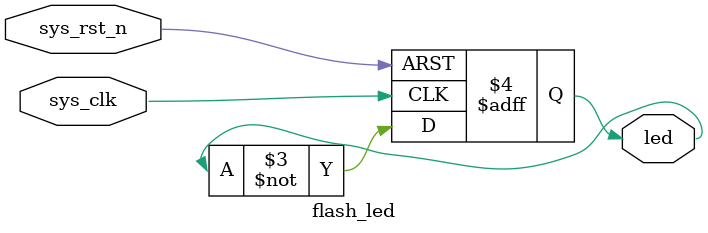
<source format=v>
module flash_led (
    input sys_clk,
    input sys_rst_n,
    output reg led
);
    always @(posedge sys_clk or negedge sys_rst_n) begin
        if (~sys_rst_n)
            led <= 1'b0;
        else
            led <= ~led;
    end
endmodule
</source>
